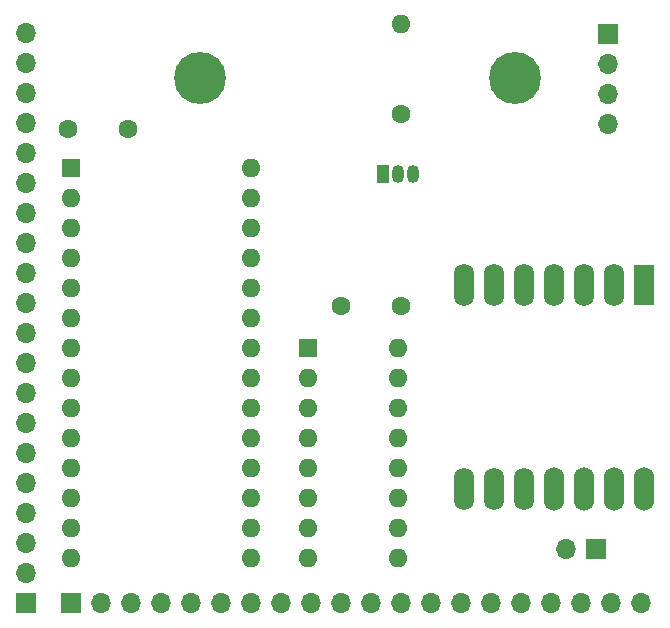
<source format=gts>
G04 #@! TF.GenerationSoftware,KiCad,Pcbnew,(6.0.11)*
G04 #@! TF.CreationDate,2024-10-09T23:17:59+02:00*
G04 #@! TF.ProjectId,kicad-c128keyb,6b696361-642d-4633-9132-386b6579622e,rev?*
G04 #@! TF.SameCoordinates,Original*
G04 #@! TF.FileFunction,Soldermask,Top*
G04 #@! TF.FilePolarity,Negative*
%FSLAX46Y46*%
G04 Gerber Fmt 4.6, Leading zero omitted, Abs format (unit mm)*
G04 Created by KiCad (PCBNEW (6.0.11)) date 2024-10-09 23:17:59*
%MOMM*%
%LPD*%
G01*
G04 APERTURE LIST*
%ADD10R,1.600000X1.600000*%
%ADD11O,1.600000X1.600000*%
%ADD12O,1.700000X1.700000*%
%ADD13R,1.700000X1.700000*%
%ADD14C,1.600000*%
%ADD15R,1.050000X1.500000*%
%ADD16O,1.050000X1.500000*%
%ADD17O,1.700000X3.700000*%
%ADD18O,1.700000X3.600000*%
%ADD19R,1.700000X3.500000*%
%ADD20C,0.700000*%
%ADD21C,4.400000*%
G04 APERTURE END LIST*
D10*
X110993000Y-79741000D03*
D11*
X110993000Y-82281000D03*
X110993000Y-84821000D03*
X110993000Y-87361000D03*
X110993000Y-89901000D03*
X110993000Y-92441000D03*
X110993000Y-94981000D03*
X110993000Y-97521000D03*
X110993000Y-100061000D03*
X110993000Y-102601000D03*
X110993000Y-105141000D03*
X110993000Y-107681000D03*
X110993000Y-110221000D03*
X110993000Y-112761000D03*
X126233000Y-112761000D03*
X126233000Y-110221000D03*
X126233000Y-107681000D03*
X126233000Y-105141000D03*
X126233000Y-102601000D03*
X126233000Y-100061000D03*
X126233000Y-97521000D03*
X126233000Y-94981000D03*
X126233000Y-92441000D03*
X126233000Y-89901000D03*
X126233000Y-87361000D03*
X126233000Y-84821000D03*
X126233000Y-82281000D03*
X126233000Y-79741000D03*
D12*
X159258000Y-116586000D03*
X156718000Y-116586000D03*
X154178000Y-116586000D03*
X151638000Y-116586000D03*
X149098000Y-116586000D03*
X146558000Y-116586000D03*
X144018000Y-116586000D03*
X141478000Y-116586000D03*
X138938000Y-116586000D03*
X136398000Y-116586000D03*
X133858000Y-116586000D03*
X131318000Y-116586000D03*
X128778000Y-116586000D03*
X126238000Y-116586000D03*
X123698000Y-116586000D03*
X121158000Y-116586000D03*
X118618000Y-116586000D03*
X116078000Y-116586000D03*
X113538000Y-116586000D03*
D13*
X110998000Y-116586000D03*
X107188000Y-116586000D03*
D12*
X107188000Y-114046000D03*
X107188000Y-111506000D03*
X107188000Y-108966000D03*
X107188000Y-106426000D03*
X107188000Y-103886000D03*
X107188000Y-101346000D03*
X107188000Y-98806000D03*
X107188000Y-96266000D03*
X107188000Y-93726000D03*
X107188000Y-91186000D03*
X107188000Y-88646000D03*
X107188000Y-86106000D03*
X107188000Y-83566000D03*
X107188000Y-81026000D03*
X107188000Y-78486000D03*
X107188000Y-75946000D03*
X107188000Y-73406000D03*
X107188000Y-70866000D03*
X107188000Y-68326000D03*
D14*
X110784000Y-76454000D03*
X115784000Y-76454000D03*
X138938000Y-75184000D03*
D11*
X138938000Y-67564000D03*
D10*
X131074000Y-94986000D03*
D11*
X131074000Y-97526000D03*
X131074000Y-100066000D03*
X131074000Y-102606000D03*
X131074000Y-105146000D03*
X131074000Y-107686000D03*
X131074000Y-110226000D03*
X131074000Y-112766000D03*
X138694000Y-112766000D03*
X138694000Y-110226000D03*
X138694000Y-107686000D03*
X138694000Y-105146000D03*
X138694000Y-102606000D03*
X138694000Y-100066000D03*
X138694000Y-97526000D03*
X138694000Y-94986000D03*
D13*
X156464000Y-68453000D03*
D12*
X156464000Y-70993000D03*
X156464000Y-73533000D03*
X156464000Y-76073000D03*
D14*
X138898000Y-91440000D03*
X133898000Y-91440000D03*
D15*
X137414000Y-80243000D03*
D16*
X138684000Y-80243000D03*
X139954000Y-80243000D03*
D17*
X159512000Y-106923000D03*
X156972000Y-106923000D03*
X154432000Y-106923000D03*
X151892000Y-106923000D03*
D18*
X149352000Y-106923000D03*
X146812000Y-106923000D03*
X144272000Y-106923000D03*
X144272000Y-89673000D03*
X146812000Y-89673000D03*
X149352000Y-89673000D03*
X151892000Y-89673000D03*
X154432000Y-89673000D03*
X156972000Y-89673000D03*
D19*
X159512000Y-89673000D03*
D20*
X121920000Y-70486000D03*
X123086726Y-70969274D03*
X123570000Y-72136000D03*
D21*
X121920000Y-72136000D03*
D20*
X123086726Y-73302726D03*
X121920000Y-73786000D03*
X120753274Y-70969274D03*
X120753274Y-73302726D03*
X120270000Y-72136000D03*
X149756726Y-70969274D03*
X147423274Y-73302726D03*
X148590000Y-70486000D03*
X148590000Y-73786000D03*
X146940000Y-72136000D03*
X147423274Y-70969274D03*
X149756726Y-73302726D03*
X150240000Y-72136000D03*
D21*
X148590000Y-72136000D03*
D13*
X155453000Y-112014000D03*
D12*
X152913000Y-112014000D03*
M02*

</source>
